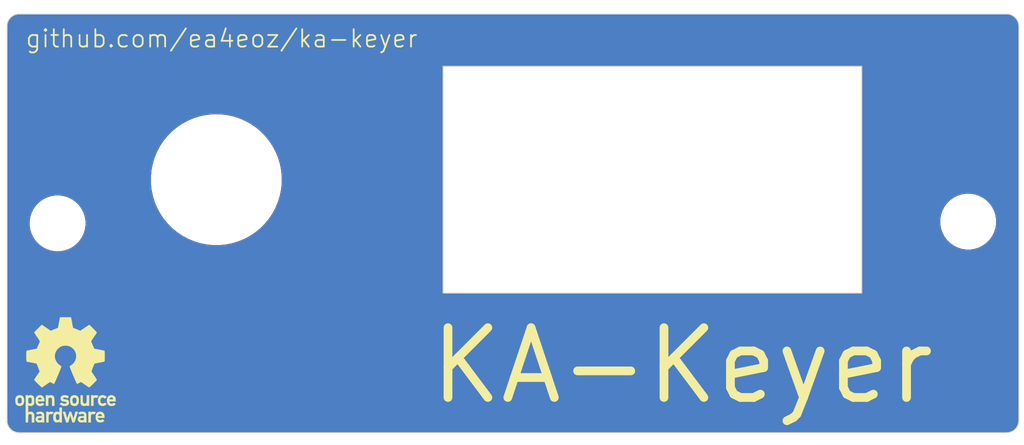
<source format=kicad_pcb>
(kicad_pcb (version 20240108) (generator "pcbnew") (generator_version "8.0")
  (layers (0 "F.Cu" signal) (31 "B.Cu" signal) (34 "B.Paste" user) (35 "F.Paste" user) (36 "B.SilkS" user "B.Silkscreen") (37 "F.SilkS" user "F.Silkscreen") (38 "B.Mask" user) (39 "F.Mask" user) (44 "Edge.Cuts" user))
  (net 0 "")
  (footprint "" (layer "F.Cu") (at 122.4011 105.0036)
    (property "Reference" "@HOLE2" (hide yes))
    (property "Value" "")
    (pad "" np_thru_hole circle (at 0 0) (size 2.7 2.7) (drill 2.7) (layers "*.Cu" "*.Mask"))
  )
  (footprint "" (layer "F.Cu") (at 131.5 102)
    (property "Reference" "@HOLE4" (hide yes))
    (property "Value" "")
    (pad "" np_thru_hole circle (at 0 0.5) (size 7 7) (drill 7) (layers "F&B.Cu" "*.Mask"))
  )
  (footprint "Symbol:OSHW-Logo_5.7x6mm_SilkScreen" (layer "F.Cu") (at 122.85 113.4)
    (property "Reference" "REF**" (hide yes))
    (property "Value" "OSHW-Logo_5.7x6mm_SilkScreen" (hide yes))
    (fp_poly (pts (xy 1.79946 1.45803) (xy 1.842711 1.471245) (xy 1.870558 1.487941) (xy 1.879629 1.501145) (xy 1.877132 1.516797) (xy 1.860931 1.541385) (xy 1.847232 1.5588) (xy 1.818992 1.590283) (xy 1.797775 1.603529) (xy 1.779688 1.602664) (xy 1.726035 1.58901) (xy 1.68663 1.58963) (xy 1.654632 1.605104) (xy 1.64389 1.614161) (xy 1.609505 1.646027) (xy 1.609505 2.062179) (xy 1.471188 2.062179) (xy 1.471188 1.458614) (xy 1.540347 1.458614) (xy 1.581869 1.460256) (xy 1.603291 1.466087) (xy 1.609502 1.477461) (xy 1.609505 1.477798) (xy 1.612439 1.489713) (xy 1.625704 1.488159) (xy 1.644084 1.479563) (xy 1.682046 1.463568) (xy 1.712872 1.453945) (xy 1.752536 1.451478) (xy 1.79946 1.45803)) (stroke (width 0.01)) (fill solid) (layer "F.SilkS"))
    (fp_poly (pts (xy 1.635255 2.401486) (xy 1.683595 2.411015) (xy 1.711114 2.425125) (xy 1.740064 2.448568) (xy 1.698876 2.500571) (xy 1.673482 2.532064) (xy 1.656238 2.547428) (xy 1.639102 2.549776) (xy 1.614027 2.542217) (xy 1.602257 2.537941) (xy 1.55427 2.531631) (xy 1.510324 2.545156) (xy 1.47806 2.57571) (xy 1.472819 2.585452) (xy 1.467112 2.611258) (xy 1.462706 2.658817) (xy 1.459811 2.724758) (xy 1.458631 2.80571) (xy 1.458614 2.817226) (xy 1.458614 3.017822) (xy 1.320297 3.017822) (xy 1.320297 2.401683) (xy 1.389456 2.401683) (xy 1.429333 2.402725) (xy 1.450107 2.407358) (xy 1.457789 2.417849) (xy 1.458614 2.427745) (xy 1.458614 2.453806) (xy 1.491745 2.427745) (xy 1.529735 2.409965) (xy 1.58077 2.401174) (xy 1.635255 2.401486)) (stroke (width 0.01)) (fill solid) (layer "F.SilkS"))
    (fp_poly (pts (xy -0.993356 2.40302) (xy -0.974539 2.40866) (xy -0.968473 2.421053) (xy -0.968218 2.426647) (xy -0.967129 2.44223) (xy -0.959632 2.444676) (xy -0.939381 2.433993) (xy -0.927351 2.426694) (xy -0.8894 2.411063) (xy -0.844072 2.403334) (xy -0.796544 2.40274) (xy -0.751995 2.408513) (xy -0.715602 2.419884) (xy -0.692543 2.436088) (xy -0.687996 2.456355) (xy -0.690291 2.461843) (xy -0.70702 2.484626) (xy -0.732963 2.512647) (xy -0.737655 2.517177) (xy -0.762383 2.538005) (xy -0.783718 2.544735) (xy -0.813555 2.540038) (xy -0.825508 2.536917) (xy -0.862705 2.529421) (xy -0.888859 2.532792) (xy -0.910946 2.544681) (xy -0.931178 2.560635) (xy -0.946079 2.5807) (xy -0.956434 2.608702) (xy -0.963029 2.648467) (xy -0.966649 2.703823) (xy -0.968078 2.778594) (xy -0.968218 2.82374) (xy -0.968218 3.017822) (xy -1.09396 3.017822) (xy -1.09396 2.401683) (xy -1.031089 2.401683) (xy -0.993356 2.40302)) (stroke (width 0.01)) (fill solid) (layer "F.SilkS"))
    (fp_poly (pts (xy 0.993367 1.654342) (xy 0.994555 1.746563) (xy 0.998897 1.81661) (xy 1.007558 1.867381) (xy 1.021704 1.901772) (xy 1.0425 1.922679) (xy 1.07111 1.933) (xy 1.106535 1.935636) (xy 1.143636 1.932682) (xy 1.171818 1.921889) (xy 1.192243 1.90036) (xy 1.206079 1.865199) (xy 1.214491 1.81351) (xy 1.218643 1.742394) (xy 1.219703 1.654342) (xy 1.219703 1.458614) (xy 1.35802 1.458614) (xy 1.35802 2.062179) (xy 1.288862 2.062179) (xy 1.24717 2.060489) (xy 1.225701 2.054556) (xy 1.219703 2.043293) (xy 1.216091 2.033261) (xy 1.201714 2.035383) (xy 1.172736 2.04958) (xy 1.106319 2.07148) (xy 1.035875 2.069928) (xy 0.968377 2.046147) (xy 0.936233 2.027362) (xy 0.911715 2.007022) (xy 0.893804 1.981573) (xy 0.881479 1.947458) (xy 0.873723 1.901121) (xy 0.869516 1.839007) (xy 0.86784 1.757561) (xy 0.867624 1.694578) (xy 0.867624 1.458614) (xy 0.993367 1.458614) (xy 0.993367 1.654342)) (stroke (width 0.01)) (fill solid) (layer "F.SilkS"))
    (fp_poly (pts (xy -0.754012 1.469002) (xy -0.722717 1.48395) (xy -0.692409 1.505541) (xy -0.669318 1.530391) (xy -0.6525 1.562087) (xy -0.641006 1.604214) (xy -0.633891 1.660358) (xy -0.630207 1.734106) (xy -0.629008 1.829044) (xy -0.628989 1.838985) (xy -0.628713 2.062179) (xy -0.76703 2.062179) (xy -0.76703 1.856418) (xy -0.767128 1.780189) (xy -0.767809 1.724939) (xy -0.769651 1.686501) (xy -0.773233 1.660706) (xy -0.779132 1.643384) (xy -0.787927 1.630368) (xy -0.80018 1.617507) (xy -0.843047 1.589873) (xy -0.889843 1.584745) (xy -0.934424 1.602217) (xy -0.949928 1.615221) (xy -0.96131 1.627447) (xy -0.969481 1.64054) (xy -0.974974 1.658615) (xy -0.97832 1.685787) (xy -0.980051 1.72617) (xy -0.980697 1.783879) (xy -0.980792 1.854132) (xy -0.980792 2.062179) (xy -1.119109 2.062179) (xy -1.119109 1.458614) (xy -1.04995 1.458614) (xy -1.008428 1.460256) (xy -0.987006 1.466087) (xy -0.980795 1.477461) (xy -0.980792 1.477798) (xy -0.97791 1.488938) (xy -0.965199 1.487674) (xy -0.939926 1.475434) (xy -0.882605 1.457424) (xy -0.817037 1.455421) (xy -0.754012 1.469002)) (stroke (width 0.01)) (fill solid) (layer "F.SilkS"))
    (fp_poly (pts (xy 2.217226 1.46388) (xy 2.29008 1.49483) (xy 2.313027 1.509895) (xy 2.342354 1.533048) (xy 2.360764 1.551253) (xy 2.363961 1.557183) (xy 2.354935 1.57034) (xy 2.331837 1.592667) (xy 2.313344 1.60825) (xy 2.262728 1.648926) (xy 2.22276 1.615295) (xy 2.191874 1.593584) (xy 2.161759 1.58609) (xy 2.127292 1.58792) (xy 2.072561 1.601528) (xy 2.034886 1.629772) (xy 2.011991 1.675433) (xy 2.001597 1.741289) (xy 2.001595 1.741331) (xy 2.002494 1.814939) (xy 2.016463 1.868946) (xy 2.044328 1.905716) (xy 2.063325 1.918168) (xy 2.113776 1.933673) (xy 2.167663 1.933683) (xy 2.214546 1.918638) (xy 2.225644 1.911287) (xy 2.253476 1.892511) (xy 2.275236 1.889434) (xy 2.298704 1.903409) (xy 2.324649 1.92851) (xy 2.365716 1.97088) (xy 2.320121 2.008464) (xy 2.249674 2.050882) (xy 2.170233 2.071785) (xy 2.087215 2.070272) (xy 2.032694 2.056411) (xy 1.96897 2.022135) (xy 1.918005 1.968212) (xy 1.894851 1.930149) (xy 1.876099 1.875536) (xy 1.866715 1.806369) (xy 1.866643 1.731407) (xy 1.875824 1.659409) (xy 1.894199 1.599137) (xy 1.897093 1.592958) (xy 1.939952 1.532351) (xy 1.997979 1.488224) (xy 2.066591 1.461493) (xy 2.141201 1.453073) (xy 2.217226 1.46388)) (stroke (width 0.01)) (fill solid) (layer "F.SilkS"))
    (fp_poly (pts (xy 0.610762 1.466055) (xy 0.674363 1.500692) (xy 0.724123 1.555372) (xy 0.747568 1.599842) (xy 0.757634 1.639121) (xy 0.764156 1.695116) (xy 0.766951 1.759621) (xy 0.765836 1.824429) (xy 0.760626 1.881334) (xy 0.754541 1.911727) (xy 0.734014 1.953306) (xy 0.698463 1.997468) (xy 0.655619 2.036087) (xy 0.613211 2.061034) (xy 0.612177 2.06143) (xy 0.559553 2.072331) (xy 0.497188 2.072601) (xy 0.437924 2.062676) (xy 0.41504 2.054722) (xy 0.356102 2.0213) (xy 0.31389 1.977511) (xy 0.286156 1.919538) (xy 0.270651 1.843565) (xy 0.267143 1.803771) (xy 0.26759 1.753766) (xy 0.402376 1.753766) (xy 0.406917 1.826732) (xy 0.419986 1.882334) (xy 0.440756 1.917861) (xy 0.455552 1.92802) (xy 0.493464 1.935104) (xy 0.538527 1.933007) (xy 0.577487 1.922812) (xy 0.587704 1.917204) (xy 0.614659 1.884538) (xy 0.632451 1.834545) (xy 0.640024 1.773705) (xy 0.636325 1.708497) (xy 0.628057 1.669253) (xy 0.60432 1.623805) (xy 0.566849 1.595396) (xy 0.52172 1.585573) (xy 0.475011 1.595887) (xy 0.439132 1.621112) (xy 0.420277 1.641925) (xy 0.409272 1.662439) (xy 0.404026 1.690203) (xy 0.402449 1.732762) (xy 0.402376 1.753766) (xy 0.26759 1.753766) (xy 0.268094 1.69758) (xy 0.285388 1.610501) (xy 0.319029 1.54253) (xy 0.369018 1.493664) (xy 0.435356 1.463899) (xy 0.449601 1.460448) (xy 0.53521 1.452345) (xy 0.610762 1.466055)) (stroke (width 0.01)) (fill solid) (layer "F.SilkS"))
    (fp_poly (pts (xy 0.281524 2.404237) (xy 0.331255 2.407971) (xy 0.461291 2.797773) (xy 0.481678 2.728614) (xy 0.493946 2.685874) (xy 0.510085 2.628115) (xy 0.527512 2.564625) (xy 0.536726 2.53057) (xy 0.571388 2.401683) (xy 0.714391 2.401683) (xy 0.671646 2.536857) (xy 0.650596 2.603342) (xy 0.625167 2.683539) (xy 0.59861 2.767193) (xy 0.574902 2.841782) (xy 0.520902 3.011535) (xy 0.462598 3.015328) (xy 0.404295 3.019122) (xy 0.372679 2.914734) (xy 0.353182 2.849889) (xy 0.331904 2.7784) (xy 0.313308 2.715263) (xy 0.312574 2.71275) (xy 0.298684 2.669969) (xy 0.286429 2.640779) (xy 0.277846 2.629741) (xy 0.276082 2.631018) (xy 0.269891 2.64813) (xy 0.258128 2.684787) (xy 0.242225 2.736378) (xy 0.223614 2.798294) (xy 0.213543 2.832352) (xy 0.159007 3.017822) (xy 0.043264 3.017822) (xy -0.049263 2.725471) (xy -0.075256 2.643462) (xy -0.098934 2.568987) (xy -0.11918 2.505544) (xy -0.134874 2.456632) (xy -0.144898 2.425749) (xy -0.147945 2.416726) (xy -0.145533 2.407487) (xy -0.126592 2.403441) (xy -0.087177 2.403846) (xy -0.081007 2.404152) (xy -0.007914 2.407971) (xy 0.039957 2.58401) (xy 0.057553 2.648211) (xy 0.073277 2.704649) (xy 0.085746 2.748422) (xy 0.093574 2.77463) (xy 0.09502 2.778903) (xy 0.101014 2.77399) (xy 0.113101 2.748532) (xy 0.129893 2.705997) (xy 0.150003 2.64985) (xy 0.167003 2.59913) (xy 0.231794 2.400504) (xy 0.281524 2.404237)) (stroke (width 0.01)) (fill solid) (layer "F.SilkS"))
    (fp_poly (pts (xy -2.538261 1.465148) (xy -2.472479 1.494231) (xy -2.42254 1.542793) (xy -2.388374 1.610908) (xy -2.369907 1.698651) (xy -2.368583 1.712351) (xy -2.367546 1.808939) (xy -2.380993 1.893602) (xy -2.408108 1.962221) (xy -2.422627 1.984294) (xy -2.473201 2.031011) (xy -2.537609 2.061268) (xy -2.609666 2.073824) (xy -2.683185 2.067439) (xy -2.739072 2.047772) (xy -2.787132 2.014629) (xy -2.826412 1.971175) (xy -2.827092 1.970158) (xy -2.843044 1.943338) (xy -2.85341 1.916368) (xy -2.859688 1.882332) (xy -2.863373 1.83431) (xy -2.864997 1.794931) (xy -2.865672 1.759219) (xy -2.739955 1.759219) (xy -2.738726 1.79477) (xy -2.734266 1.842094) (xy -2.726397 1.872465) (xy -2.712207 1.894072) (xy -2.698917 1.906694) (xy -2.651802 1.933122) (xy -2.602505 1.936653) (xy -2.556593 1.917639) (xy -2.533638 1.896331) (xy -2.517096 1.874859) (xy -2.507421 1.854313) (xy -2.503174 1.827574) (xy -2.50292 1.787523) (xy -2.504228 1.750638) (xy -2.507043 1.697947) (xy -2.511505 1.663772) (xy -2.519548 1.64148) (xy -2.533103 1.624442) (xy -2.543845 1.614703) (xy -2.588777 1.589123) (xy -2.637249 1.587847) (xy -2.677894 1.602999) (xy -2.712567 1.634642) (xy -2.733224 1.68662) (xy -2.739955 1.759219) (xy -2.865672 1.759219) (xy -2.866479 1.716621) (xy -2.863948 1.658056) (xy -2.856362 1.614007) (xy -2.842681 1.579248) (xy -2.821865 1.548551) (xy -2.814147 1.539436) (xy -2.765889 1.494021) (xy -2.714128 1.467493) (xy -2.650828 1.456379) (xy -2.619961 1.455471) (xy -2.538261 1.465148)) (stroke (width 0.01)) (fill solid) (layer "F.SilkS"))
    (fp_poly (pts (xy -0.201188 3.017822) (xy -0.270346 3.017822) (xy -0.310488 3.016645) (xy -0.331394 3.011772) (xy -0.338922 3.001186) (xy -0.339505 2.994029) (xy -0.340774 2.979676) (xy -0.348779 2.976923) (xy -0.369815 2.985771) (xy -0.386173 2.994029) (xy -0.448977 3.013597) (xy -0.517248 3.014729) (xy -0.572752 3.000135) (xy -0.624438 2.964877) (xy -0.663838 2.912835) (xy -0.685413 2.85145) (xy -0.685962 2.848018) (xy -0.689167 2.810571) (xy -0.690761 2.756813) (xy -0.690633 2.716155) (xy -0.553279 2.716155) (xy -0.550097 2.770194) (xy -0.542859 2.814735) (xy -0.53306 2.839888) (xy -0.495989 2.87426) (xy -0.451974 2.886582) (xy -0.406584 2.876618) (xy -0.367797 2.846895) (xy -0.353108 2.826905) (xy -0.344519 2.80305) (xy -0.340496 2.76823) (xy -0.339505 2.71593) (xy -0.341278 2.664139) (xy -0.345963 2.618634) (xy -0.352603 2.588181) (xy -0.35371 2.585452) (xy -0.380491 2.553) (xy -0.419579 2.535183) (xy -0.463315 2.532306) (xy -0.504038 2.544674) (xy -0.534087 2.572593) (xy -0.537204 2.578148) (xy -0.546961 2.612022) (xy -0.552277 2.660728) (xy -0.553279 2.716155) (xy -0.690633 2.716155) (xy -0.690568 2.69554) (xy -0.689664 2.662563) (xy -0.683514 2.580981) (xy -0.670733 2.51973) (xy -0.649471 2.474449) (xy -0.617878 2.440779) (xy -0.587207 2.421014) (xy -0.544354 2.40712) (xy -0.491056 2.402354) (xy -0.43648 2.406236) (xy -0.389792 2.418282) (xy -0.365124 2.432693) (xy -0.339505 2.455878) (xy -0.339505 2.162773) (xy -0.201188 2.162773) (xy -0.201188 3.017822)) (stroke (width 0.01)) (fill solid) (layer "F.SilkS"))
    (fp_poly (pts (xy 2.677898 1.456457) (xy 2.710096 1.464279) (xy 2.771825 1.492921) (xy 2.82461 1.536667) (xy 2.861141 1.589117) (xy 2.86616 1.600893) (xy 2.873045 1.63174) (xy 2.877864 1.677371) (xy 2.879505 1.723492) (xy 2.879505 1.810693) (xy 2.697178 1.810693) (xy 2.621979 1.810978) (xy 2.569003 1.812704) (xy 2.535325 1.817181) (xy 2.51802 1.82572) (xy 2.514163 1.83963) (xy 2.520829 1.860222) (xy 2.53277 1.884315) (xy 2.56608 1.924525) (xy 2.612368 1.944558) (xy 2.668944 1.943905) (xy 2.733031 1.922101) (xy 2.788417 1.895193) (xy 2.834375 1.931532) (xy 2.880333 1.967872) (xy 2.837096 2.007819) (xy 2.779374 2.045563) (xy 2.708386 2.06832) (xy 2.632029 2.074688) (xy 2.558199 2.063268) (xy 2.546287 2.059393) (xy 2.481399 2.025506) (xy 2.43313 1.974986) (xy 2.400465 1.906325) (xy 2.382385 1.818014) (xy 2.382175 1.816121) (xy 2.380556 1.719878) (xy 2.3871 1.685542) (xy 2.514852 1.685542) (xy 2.526584 1.690822) (xy 2.558438 1.694867) (xy 2.605397 1.697176) (xy 2.635154 1.697525) (xy 2.690648 1.697306) (xy 2.725346 1.695916) (xy 2.743601 1.692251) (xy 2.749766 1.68521) (xy 2.748195 1.67369) (xy 2.746878 1.669233) (xy 2.724382 1.627355) (xy 2.689003 1.593604) (xy 2.65778 1.578773) (xy 2.616301 1.579668) (xy 2.574269 1.598164) (xy 2.539012 1.628786) (xy 2.517854 1.666062) (xy 2.514852 1.685542) (xy 2.3871 1.685542) (xy 2.39669 1.635229) (xy 2.428698 1.564191) (xy 2.474701 1.508779) (xy 2.532821 1.471009) (xy 2.60118 1.452896) (xy 2.677898 1.456457)) (stroke (width 0.01)) (fill solid) (layer "F.SilkS"))
    (fp_poly (pts (xy 0.014017 1.456452) (xy 0.061634 1.465482) (xy 0.111034 1.48437) (xy 0.116312 1.486777) (xy 0.153774 1.506476) (xy 0.179717 1.524781) (xy 0.188103 1.536508) (xy 0.180117 1.555632) (xy 0.16072 1.58385) (xy 0.15211 1.594384) (xy 0.116628 1.635847) (xy 0.070885 1.608858) (xy 0.02735 1.590878) (xy -0.02295 1.581267) (xy -0.071188 1.58066) (xy -0.108533 1.589691) (xy -0.117495 1.595327) (xy -0.134563 1.621171) (xy -0.136637 1.650941) (xy -0.123866 1.674197) (xy -0.116312 1.678708) (xy -0.093675 1.684309) (xy -0.053885 1.690892) (xy -0.004834 1.697183) (xy 0.004215 1.69817) (xy 0.082996 1.711798) (xy 0.140136 1.734946) (xy 0.17803 1.769752) (xy 0.199079 1.818354) (xy 0.205635 1.877718) (xy 0.196577 1.945198) (xy 0.167164 1.998188) (xy 0.117278 2.036783) (xy 0.0468 2.061081) (xy -0.031435 2.070667) (xy -0.095234 2.070552) (xy -0.146984 2.061845) (xy -0.182327 2.049825) (xy -0.226983 2.02888) (xy -0.268253 2.004574) (xy -0.282921 1.993876) (xy -0.320643 1.963084) (xy -0.275148 1.917049) (xy -0.229653 1.871013) (xy -0.177928 1.905243) (xy -0.126048 1.930952) (xy -0.070649 1.944399) (xy -0.017395 1.945818) (xy 0.028049 1.935443) (xy 0.060016 1.913507) (xy 0.070338 1.894998) (xy 0.068789 1.865314) (xy 0.04314 1.842615) (xy -0.00654 1.82694) (xy -0.060969 1.819695) (xy -0.144736 1.805873) (xy -0.206967 1.779796) (xy -0.248493 1.740699) (xy -0.270147 1.68782) (xy -0.273147 1.625126) (xy -0.258329 1.559642) (xy -0.224546 1.510144) (xy -0.171495 1.476408) (xy -0.098874 1.458207) (xy -0.045072 1.454639) (xy 0.014017 1.456452)) (stroke (width 0.01)) (fill solid) (layer "F.SilkS"))
    (fp_poly (pts (xy 2.032581 2.40497) (xy 2.092685 2.420597) (xy 2.143021 2.452848) (xy 2.167393 2.47694) (xy 2.207345 2.533895) (xy 2.230242 2.599965) (xy 2.238108 2.681182) (xy 2.238148 2.687748) (xy 2.238218 2.753763) (xy 1.858264 2.753763) (xy 1.866363 2.788342) (xy 1.880987 2.819659) (xy 1.906581 2.852291) (xy 1.911935 2.8575) (xy 1.957943 2.885694) (xy 2.01041 2.890475) (xy 2.070803 2.871926) (xy 2.08104 2.866931) (xy 2.112439 2.851745) (xy 2.13347 2.843094) (xy 2.137139 2.842293) (xy 2.149948 2.850063) (xy 2.174378 2.869072) (xy 2.186779 2.87946) (xy 2.212476 2.903321) (xy 2.220915 2.919077) (xy 2.215058 2.933571) (xy 2.211928 2.937534) (xy 2.190725 2.954879) (xy 2.155738 2.975959) (xy 2.131337 2.988265) (xy 2.062072 3.009946) (xy 1.985388 3.016971) (xy 1.912765 3.008647) (xy 1.892426 3.002686) (xy 1.829476 2.968952) (xy 1.782815 2.917045) (xy 1.752173 2.846459) (xy 1.737282 2.756692) (xy 1.735647 2.709753) (xy 1.740421 2.641413) (xy 1.86099 2.641413) (xy 1.872652 2.646465) (xy 1.903998 2.650429) (xy 1.949571 2.652768) (xy 1.980446 2.653169) (xy 2.035981 2.652783) (xy 2.071033 2.650975) (xy 2.090262 2.646773) (xy 2.09833 2.639203) (xy 2.099901 2.628218) (xy 2.089121 2.594381) (xy 2.06198 2.56094) (xy 2.026277 2.535272) (xy 1.99056 2.524772) (xy 1.942048 2.534086) (xy 1.900053 2.561013) (xy 1.870936 2.599827) (xy 1.86099 2.641413) (xy 1.740421 2.641413) (xy 1.742599 2.610236) (xy 1.764055 2.530949) (xy 1.80047 2.471263) (xy 1.852297 2.430549) (xy 1.91999 2.408179) (xy 1.956662 2.403871) (xy 2.032581 2.40497)) (stroke (width 0.01)) (fill solid) (layer "F.SilkS"))
    (fp_poly (pts (xy -1.356699 1.472614) (xy -1.344168 1.478514) (xy -1.300799 1.510283) (xy -1.25979 1.556646) (xy -1.229168 1.607696) (xy -1.220459 1.631166) (xy -1.212512 1.673091) (xy -1.207774 1.723757) (xy -1.207199 1.744679) (xy -1.207129 1.810693) (xy -1.587083 1.810693) (xy -1.578983 1.845273) (xy -1.559104 1.88617) (xy -1.524347 1.921514) (xy -1.482998 1.944282) (xy -1.456649 1.94901) (xy -1.420916 1.943273) (xy -1.378282 1.928882) (xy -1.363799 1.922262) (xy -1.31024 1.895513) (xy -1.264533 1.930376) (xy -1.238158 1.953955) (xy -1.224124 1.973417) (xy -1.223414 1.979129) (xy -1.235951 1.992973) (xy -1.263428 2.014012) (xy -1.288366 2.030425) (xy -1.355664 2.05993) (xy -1.43111 2.073284) (xy -1.505888 2.069812) (xy -1.565495 2.051663) (xy -1.626941 2.012784) (xy -1.670608 1.961595) (xy -1.697926 1.895367) (xy -1.710322 1.811371) (xy -1.711421 1.772936) (xy -1.707022 1.684861) (xy -1.706482 1.682299) (xy -1.580582 1.682299) (xy -1.577115 1.690558) (xy -1.562863 1.695113) (xy -1.53347 1.697065) (xy -1.484575 1.697517) (xy -1.465748 1.697525) (xy -1.408467 1.696843) (xy -1.372141 1.694364) (xy -1.352604 1.689443) (xy -1.34569 1.681434) (xy -1.345445 1.678862) (xy -1.353336 1.658423) (xy -1.373085 1.629789) (xy -1.381575 1.619763) (xy -1.413094 1.591408) (xy -1.445949 1.580259) (xy -1.463651 1.579327) (xy -1.511539 1.590981) (xy -1.551699 1.622285) (xy -1.577173 1.667752) (xy -1.577625 1.669233) (xy -1.580582 1.682299) (xy -1.706482 1.682299) (xy -1.692392 1.61551) (xy -1.666038 1.560025) (xy -1.633807 1.520639) (xy -1.574217 1.477931) (xy -1.504168 1.455109) (xy -1.429661 1.453046) (xy -1.356699 1.472614)) (stroke (width 0.01)) (fill solid) (layer "F.SilkS"))
    (fp_poly (pts (xy 1.038411 2.405417) (xy 1.091411 2.41829) (xy 1.106731 2.42511) (xy 1.136428 2.442974) (xy 1.15922 2.463093) (xy 1.176083 2.488962) (xy 1.187998 2.524073) (xy 1.195942 2.57192) (xy 1.200894 2.635996) (xy 1.203831 2.719794) (xy 1.204947 2.775768) (xy 1.209052 3.017822) (xy 1.138932 3.017822) (xy 1.096393 3.016038) (xy 1.074476 3.009942) (xy 1.068812 2.999706) (xy 1.065821 2.988637) (xy 1.052451 2.990754) (xy 1.034233 2.999629) (xy 0.988624 3.013233) (xy 0.930007 3.016899) (xy 0.868354 3.010903) (xy 0.813638 2.995521) (xy 0.80873 2.993386) (xy 0.758723 2.958255) (xy 0.725756 2.909419) (xy 0.710587 2.852333) (xy 0.711746 2.831824) (xy 0.835508 2.831824) (xy 0.846413 2.859425) (xy 0.878745 2.879204) (xy 0.93091 2.889819) (xy 0.958787 2.891228) (xy 1.005247 2.88762) (xy 1.036129 2.873597) (xy 1.043664 2.866931) (xy 1.064076 2.830666) (xy 1.068812 2.797773) (xy 1.068812 2.753763) (xy 1.007513 2.753763) (xy 0.936256 2.757395) (xy 0.886276 2.768818) (xy 0.854696 2.788824) (xy 0.847626 2.797743) (xy 0.835508 2.831824) (xy 0.711746 2.831824) (xy 0.713971 2.792456) (xy 0.736663 2.735244) (xy 0.767624 2.69658) (xy 0.786376 2.679864) (xy 0.804733 2.668878) (xy 0.828619 2.66218) (xy 0.863957 2.658326) (xy 0.916669 2.655873) (xy 0.937577 2.655168) (xy 1.068812 2.650879) (xy 1.06862 2.611158) (xy 1.063537 2.569405) (xy 1.045162 2.544158) (xy 1.008039 2.52803) (xy 1.007043 2.527742) (xy 0.95441 2.5214) (xy 0.902906 2.529684) (xy 0.86463 2.549827) (xy 0.849272 2.559773) (xy 0.83273 2.558397) (xy 0.807275 2.543987) (xy 0.792328 2.533817) (xy 0.763091 2.512088) (xy 0.74498 2.4958) (xy 0.742074 2.491137) (xy 0.75404 2.467005) (xy 0.789396 2.438185) (xy 0.804753 2.428461) (xy 0.848901 2.411714) (xy 0.908398 2.402227) (xy 0.974487 2.400095) (xy 1.038411 2.405417)) (stroke (width 0.01)) (fill solid) (layer "F.SilkS"))
    (fp_poly (pts (xy -1.38421 2.406555) (xy -1.325055 2.422339) (xy -1.280023 2.450948) (xy -1.248246 2.488419) (xy -1.238366 2.504411) (xy -1.231073 2.521163) (xy -1.225974 2.542592) (xy -1.222679 2.572616) (xy -1.220797 2.615154) (xy -1.219937 2.674122) (xy -1.219707 2.75344) (xy -1.219703 2.774484) (xy -1.219703 3.017822) (xy -1.280059 3.017822) (xy -1.318557 3.015126) (xy -1.347023 3.008295) (xy -1.354155 3.004083) (xy -1.373652 2.996813) (xy -1.393566 3.004083) (xy -1.426353 3.01316) (xy -1.473978 3.016813) (xy -1.526764 3.015228) (xy -1.575036 3.008589) (xy -1.603218 3.000072) (xy -1.657753 2.965063) (xy -1.691835 2.916479) (xy -1.707157 2.851882) (xy -1.707299 2.850223) (xy -1.705955 2.821566) (xy -1.584356 2.821566) (xy -1.573726 2.854161) (xy -1.55641 2.872505) (xy -1.521652 2.886379) (xy -1.475773 2.891917) (xy -1.428988 2.889191) (xy -1.391514 2.878274) (xy -1.381015 2.871269) (xy -1.362668 2.838904) (xy -1.35802 2.802111) (xy -1.35802 2.753763) (xy -1.427582 2.753763) (xy -1.493667 2.75885) (xy -1.543764 2.773263) (xy -1.574929 2.795729) (xy -1.584356 2.821566) (xy -1.705955 2.821566) (xy -1.703987 2.779647) (xy -1.68071 2.723845) (xy -1.636948 2.681647) (xy -1.630899 2.677808) (xy -1.604907 2.665309) (xy -1.572735 2.65774) (xy -1.52776 2.654061) (xy -1.474331 2.653216) (xy -1.35802 2.653169) (xy -1.35802 2.604411) (xy -1.362953 2.566581) (xy -1.375543 2.541236) (xy -1.377017 2.539887) (xy -1.405034 2.5288) (xy -1.447326 2.524503) (xy -1.494064 2.526615) (xy -1.535418 2.534756) (xy -1.559957 2.546965) (xy -1.573253 2.556746) (xy -1.587294 2.558613) (xy -1.606671 2.5506) (xy -1.635976 2.530739) (xy -1.679803 2.497063) (xy -1.683825 2.493909) (xy -1.681764 2.482236) (xy -1.664568 2.462822) (xy -1.638433 2.441248) (xy -1.609552 2.423096) (xy -1.600478 2.418809) (xy -1.56738 2.410256) (xy -1.51888 2.404155) (xy -1.464695 2.401708) (xy -1.462161 2.401703) (xy -1.38421 2.406555)) (stroke (width 0.01)) (fill solid) (layer "F.SilkS"))
    (fp_poly (pts (xy -1.908759 1.469184) (xy -1.882247 1.482282) (xy -1.849553 1.505106) (xy -1.825725 1.529996) (xy -1.809406 1.561249) (xy -1.79924 1.603166) (xy -1.793872 1.660044) (xy -1.791944 1.736184) (xy -1.791831 1.768917) (xy -1.792161 1.840656) (xy -1.793527 1.891927) (xy -1.7965 1.927404) (xy -1.801649 1.951763) (xy -1.809543 1.96968) (xy -1.817757 1.981902) (xy -1.870187 2.033905) (xy -1.93193 2.065184) (xy -1.998536 2.074592) (xy -2.065558 2.06098) (xy -2.086792 2.051354) (xy -2.137624 2.024859) (xy -2.137624 2.440052) (xy -2.100525 2.420868) (xy -2.051643 2.406025) (xy -1.991561 2.402222) (xy -1.931564 2.409243) (xy -1.886256 2.425013) (xy -1.848675 2.455047) (xy -1.816564 2.498024) (xy -1.81415 2.502436) (xy -1.803967 2.523221) (xy -1.79653 2.54417) (xy -1.791411 2.569548) (xy -1.788181 2.603618) (xy -1.786413 2.650641) (xy -1.785677 2.714882) (xy -1.785544 2.787176) (xy -1.785544 3.017822) (xy -1.923861 3.017822) (xy -1.923861 2.592533) (xy -1.962549 2.559979) (xy -2.002738 2.53394) (xy -2.040797 2.529205) (xy -2.079066 2.541389) (xy -2.099462 2.55332) (xy -2.114642 2.570313) (xy -2.125438 2.595995) (xy -2.132683 2.633991) (xy -2.137208 2.687926) (xy -2.139844 2.761425) (xy -2.140772 2.810347) (xy -2.143911 3.011535) (xy -2.209926 3.015336) (xy -2.27594 3.019136) (xy -2.27594 1.77065) (xy -2.137624 1.77065) (xy -2.134097 1.840254) (xy -2.122215 1.888569) (xy -2.10002 1.918631) (xy -2.065559 1.933471) (xy -2.030742 1.936436) (xy -1.991329 1.933028) (xy -1.965171 1.919617) (xy -1.948814 1.901896) (xy -1.935937 1.882835) (xy -1.928272 1.861601) (xy -1.924861 1.831849) (xy -1.924749 1.787236) (xy -1.925897 1.74988) (xy -1.928532 1.693604) (xy -1.932456 1.656658) (xy -1.939063 1.633223) (xy -1.949749 1.61748) (xy -1.959833 1.60838) (xy -2.00197 1.588537) (xy -2.05184 1.585332) (xy -2.080476 1.592168) (xy -2.108828 1.616464) (xy -2.127609 1.663728) (xy -2.136712 1.733624) (xy -2.137624 1.77065) (xy -2.27594 1.77065) (xy -2.27594 1.458614) (xy -2.206782 1.458614) (xy -2.16526 1.460256) (xy -2.143838 1.466087) (xy -2.137626 1.477461) (xy -2.137624 1.477798) (xy -2.134742 1.488938) (xy -2.12203 1.487673) (xy -2.096757 1.475433) (xy -2.037869 1.456707) (xy -1.971615 1.454739) (xy -1.908759 1.469184)) (stroke (width 0.01)) (fill solid) (layer "F.SilkS"))
    (fp_poly (pts (xy 0.376964 -2.709982) (xy 0.433812 -2.40843) (xy 0.853338 -2.235488) (xy 1.104984 -2.406605) (xy 1.175458 -2.45425) (xy 1.239163 -2.49679) (xy 1.293126 -2.532285) (xy 1.334373 -2.55879) (xy 1.359934 -2.574364) (xy 1.366895 -2.577722) (xy 1.379435 -2.569086) (xy 1.406231 -2.545208) (xy 1.44428 -2.509141) (xy 1.490579 -2.463933) (xy 1.542123 -2.412636) (xy 1.595909 -2.358299) (xy 1.648935 -2.303972) (xy 1.698195 -2.252705) (xy 1.740687 -2.207549) (xy 1.773407 -2.171554) (xy 1.793351 -2.14777) (xy 1.798119 -2.13981) (xy 1.791257 -2.125135) (xy 1.77202 -2.092986) (xy 1.74243 -2.046508) (xy 1.70451 -1.988844) (xy 1.660282 -1.92314) (xy 1.634654 -1.885664) (xy 1.587941 -1.817232) (xy 1.546432 -1.75548) (xy 1.51214 -1.703481) (xy 1.48708 -1.664308) (xy 1.473264 -1.641035) (xy 1.471188 -1.636145) (xy 1.475895 -1.622245) (xy 1.488723 -1.58985) (xy 1.507738 -1.543515) (xy 1.531003 -1.487794) (xy 1.556584 -1.427242) (xy 1.582545 -1.366414) (xy 1.60695 -1.309864) (xy 1.627863 -1.262148) (xy 1.643349 -1.227819) (xy 1.651472 -1.211432) (xy 1.651952 -1.210788) (xy 1.664707 -1.207659) (xy 1.698677 -1.200679) (xy 1.75034 -1.190533) (xy 1.816176 -1.177908) (xy 1.892664 -1.163491) (xy 1.93729 -1.155177) (xy 2.019021 -1.139616) (xy 2.092843 -1.124808) (xy 2.155021 -1.111564) (xy 2.201822 -1.100695) (xy 2.229509 -1.093011) (xy 2.235074 -1.090573) (xy 2.240526 -1.07407) (xy 2.244924 -1.0368) (xy 2.248272 -0.98312) (xy 2.250574 -0.917388) (xy 2.251832 -0.843963) (xy 2.252048 -0.767204) (xy 2.251227 -0.691468) (xy 2.249371 -0.621114) (xy 2.246482 -0.5605) (xy 2.242565 -0.513984) (xy 2.237622 -0.485925) (xy 2.234657 -0.480084) (xy 2.216934 -0.473083) (xy 2.179381 -0.463073) (xy 2.126964 -0.451231) (xy 2.064652 -0.438733) (xy 2.0429 -0.43469) (xy 1.938024 -0.41548) (xy 1.85518 -0.400009) (xy 1.79163 -0.387663) (xy 1.744637 -0.377827) (xy 1.711463 -0.369886) (xy 1.689371 -0.363224) (xy 1.675624 -0.357227) (xy 1.667484 -0.351281) (xy 1.666345 -0.350106) (xy 1.654977 -0.331174) (xy 1.637635 -0.294331) (xy 1.61605 -0.244087) (xy 1.591954 -0.184954) (xy 1.567079 -0.121444) (xy 1.543157 -0.058068) (xy 1.521919 0.000662) (xy 1.505097 0.050235) (xy 1.494422 0.086139) (xy 1.491627 0.103862) (xy 1.49186 0.104483) (xy 1.501331 0.11897) (xy 1.522818 0.150844) (xy 1.554063 0.196789) (xy 1.592807 0.253485) (xy 1.636793 0.317617) (xy 1.649319 0.335842) (xy 1.693984 0.401914) (xy 1.733288 0.4622) (xy 1.765088 0.513235) (xy 1.787245 0.55156) (xy 1.797617 0.573711) (xy 1.798119 0.576432) (xy 1.789405 0.590736) (xy 1.765325 0.619072) (xy 1.728976 0.658396) (xy 1.683453 0.705661) (xy 1.631852 0.757823) (xy 1.577267 0.811835) (xy 1.522794 0.864653) (xy 1.471529 0.913231) (xy 1.426567 0.954523) (xy 1.391004 0.985485) (xy 1.367935 1.00307) (xy 1.361554 1.005941) (xy 1.346699 0.999178) (xy 1.316286 0.980939) (xy 1.275268 0.954297) (xy 1.243709 0.932852) (xy 1.186525 0.893503) (xy 1.118806 0.847171) (xy 1.05088 0.800913) (xy 1.014361 0.776155) (xy 0.890752 0.692547) (xy 0.786991 0.74865) (xy 0.73972 0.773228) (xy 0.699523 0.792331) (xy 0.672326 0.803227) (xy 0.665402 0.804743) (xy 0.657077 0.793549) (xy 0.640654 0.761917) (xy 0.617357 0.712765) (xy 0.588414 0.64901) (xy 0.55505 0.573571) (xy 0.518491 0.489364) (xy 0.479964 0.399308) (xy 0.440694 0.306321) (xy 0.401908 0.21332) (xy 0.36483 0.123223) (xy 0.330689 0.038948) (xy 0.300708 -0.036587) (xy 0.276116 -0.100466) (xy 0.258136 -0.149769) (xy 0.247997 -0.181579) (xy 0.246366 -0.192504) (xy 0.259291 -0.206439) (xy 0.287589 -0.22906) (xy 0.325346 -0.255667) (xy 0.328515 -0.257772) (xy 0.4261 -0.335886) (xy 0.504786 -0.427018) (xy 0.563891 -0.528255) (xy 0.602732 -0.636682) (xy 0.620628 -0.749386) (xy 0.616897 -0.863452) (xy 0.590857 -0.975966) (xy 0.541825 -1.084015) (xy 0.5274 -1.107655) (xy 0.452369 -1.203113) (xy 0.36373 -1.279768) (xy 0.264549 -1.33722) (xy 0.157895 -1.375071) (xy 0.046836 -1.392922) (xy -0.065561 -1.390375) (xy -0.176227 -1.36703) (xy -0.282094 -1.32249) (xy -0.380095 -1.256355) (xy -0.41041 -1.229513) (xy -0.487562 -1.145488) (xy -0.543782 -1.057034) (xy -0.582347 -0.957885) (xy -0.603826 -0.859697) (xy -0.609128 -0.749303) (xy -0.591448 -0.63836) (xy -0.552581 -0.530619) (xy -0.494323 -0.429831) (xy -0.418469 -0.339744) (xy -0.326817 -0.264108) (xy -0.314772 -0.256136) (xy -0.276611 -0.230026) (xy -0.247601 -0.207405) (xy -0.233732 -0.192961) (xy -0.233531 -0.192504) (xy -0.236508 -0.176879) (xy -0.248311 -0.141418) (xy -0.267714 -0.089038) (xy -0.293488 -0.022655) (xy -0.324409 0.054814) (xy -0.359249 0.14045) (xy -0.396783 0.231337) (xy -0.435783 0.324559) (xy -0.475023 0.417197) (xy -0.513276 0.506335) (xy -0.549317 0.589055) (xy -0.581917 0.662441) (xy -0.609852 0.723575) (xy -0.631895 0.769541) (xy -0.646818 0.797421) (xy -0.652828 0.804743) (xy -0.671191 0.799041) (xy -0.705552 0.783749) (xy -0.749984 0.761599) (xy -0.774417 0.74865) (xy -0.878178 0.692547) (xy -1.001787 0.776155) (xy -1.064886 0.818987) (xy -1.13397 0.866122) (xy -1.198707 0.910503) (xy -1.231134 0.932852) (xy -1.276741 0.963477) (xy -1.31536 0.987747) (xy -1.341952 1.002587) (xy -1.35059 1.005724) (xy -1.363161 0.997261) (xy -1.390984 0.973636) (xy -1.431361 0.937302) (xy -1.481595 0.890711) (xy -1.538988 0.836317) (xy -1.575286 0.801392) (xy -1.63879 0.738996) (xy -1.693673 0.683188) (xy -1.737714 0.636354) (xy -1.768695 0.600882) (xy -1.784398 0.579161) (xy -1.785905 0.574752) (xy -1.778914 0.557985) (xy -1.759594 0.524082) (xy -1.730091 0.476476) (xy -1.692545 0.418599) (xy -1.6491 0.353884) (xy -1.636745 0.335842) (xy -1.591727 0.270267) (xy -1.55134 0.211228) (xy -1.51784 0.162042) (xy -1.493486 0.126028) (xy -1.480536 0.106502) (xy -1.479285 0.104483) (xy -1.481156 0.088922) (xy -1.491087 0.054709) (xy -1.507347 0.006355) (xy -1.528205 -0.051629) (xy -1.551927 -0.11473) (xy -1.576784 -0.178437) (xy -1.601042 -0.238239) (xy -1.622971 -0.289624) (xy -1.640838 -0.328081) (xy -1.652913 -0.349098) (xy -1.653771 -0.350106) (xy -1.661154 -0.356112) (xy -1.673625 -0.362052) (xy -1.69392 -0.36854) (xy -1.724778 -0.376191) (xy -1.768934 -0.38562) (xy -1.829126 -0.397441) (xy -1.908093 -0.412271) (xy -2.00857 -0.430723) (xy -2.030325 -0.43469) (xy -2.094802 -0.447147) (xy -2.151011 -0.459334) (xy -2.193987 -0.470074) (xy -2.21876 -0.478191) (xy -2.222082 -0.480084) (xy -2.227556 -0.496862) (xy -2.232006 -0.534355) (xy -2.235428 -0.588206) (xy -2.237819 -0.654056) (xy -2.239177 -0.727547) (xy -2.239499 -0.80432) (xy -2.238781 -0.880017) (xy -2.237021 -0.95028) (xy -2.234216 -1.01075) (xy -2.230362 -1.05707) (xy -2.225457 -1.084881) (xy -2.2225 -1.090573) (xy -2.206037 -1.096314) (xy -2.168551 -1.105655) (xy -2.113775 -1.117785) (xy -2.045445 -1.131893) (xy -1.967294 -1.14717) (xy -1.924716 -1.155177) (xy -1.843929 -1.170279) (xy -1.771887 -1.18396) (xy -1.712111 -1.195533) (xy -1.668121 -1.204313) (xy -1.643439 -1.209613) (xy -1.639377 -1.210788) (xy -1.632511 -1.224035) (xy -1.617998 -1.255943) (xy -1.597771 -1.301953) (xy -1.573766 -1.357508) (xy -1.547918 -1.418047) (xy -1.52216 -1.479014) (xy -1.498427 -1.535849) (xy -1.478654 -1.583994) (xy -1.464776 -1.61889) (xy -1.458726 -1.635979) (xy -1.458614 -1.636726) (xy -1.465472 -1.650207) (xy -1.484698 -1.68123) (xy -1.514272 -1.726711) (xy -1.552173 -1.783568) (xy -1.59638 -1.848717) (xy -1.622079 -1.886138) (xy -1.668907 -1.954753) (xy -1.710499 -2.017048) (xy -1.744825 -2.069871) (xy -1.769857 -2.110073) (xy -1.783565 -2.1345) (xy -1.785544 -2.139976) (xy -1.777034 -2.152722) (xy -1.753507 -2.179937) (xy -1.717968 -2.218572) (xy -1.673423 -2.265577) (xy -1.622877 -2.317905) (xy -1.569336 -2.372505) (xy -1.515805 -2.42633) (xy -1.465289 -2.47633) (xy -1.420794 -2.519457) (xy -1.385325 -2.552661) (xy -1.361887 -2.572894) (xy -1.354046 -2.577722) (xy -1.34128 -2.570933) (xy -1.310744 -2.551858) (xy -1.26541 -2.522439) (xy -1.208244 -2.484619) (xy -1.142216 -2.440339) (xy -1.09241 -2.406605) (xy -0.840764 -2.235488) (xy -0.631001 -2.321959) (xy -0.421237 -2.40843) (xy -0.364389 -2.709982) (xy -0.30754 -3.011534) (xy 0.320115 -3.011534) (xy 0.376964 -2.709982)) (stroke (width 0.01)) (fill solid) (layer "F.SilkS"))
  )
  (footprint "" (layer "F.Cu") (at 174.6011 104.9036)
    (property "Reference" "@HOLE3" (hide yes))
    (property "Value" "")
    (pad "" np_thru_hole circle (at 0 0) (size 2.7 2.7) (drill 2.7) (layers "*.Cu" "*.Mask"))
  )
  (gr_line (start 168.5 109) (end 144.5 109) (stroke (width 0.05)) (layer "Edge.Cuts"))
  (gr_arc (start 176.8011 93.0036) (mid 177.296075 93.208625) (end 177.5011 93.7036) (stroke (width 0.05)) (layer "Edge.Cuts"))
  (gr_arc (start 177.5011 116.3036) (mid 177.296075 116.798575) (end 176.8011 117.0036) (stroke (width 0.05)) (layer "Edge.Cuts"))
  (gr_line (start 144.5 96) (end 168.5 96) (stroke (width 0.05)) (layer "Edge.Cuts"))
  (gr_arc (start 119.5011 93.7036) (mid 119.706125 93.208625) (end 120.2011 93.0036) (stroke (width 0.05)) (layer "Edge.Cuts"))
  (gr_line (start 120.2011 117.0036) (end 176.8011 117.0036) (stroke (width 0.05)) (layer "Edge.Cuts"))
  (gr_arc (start 120.2011 117.0036) (mid 119.706125 116.798575) (end 119.5011 116.3036) (stroke (width 0.05)) (layer "Edge.Cuts"))
  (gr_line (start 177.5011 116.3036) (end 177.5011 93.7036) (stroke (width 0.05)) (layer "Edge.Cuts"))
  (gr_line (start 144.5 109) (end 144.5 96) (stroke (width 0.05)) (layer "Edge.Cuts"))
  (gr_line (start 119.5011 93.7036) (end 119.5011 116.3036) (stroke (width 0.05)) (layer "Edge.Cuts"))
  (gr_line (start 168.5 96) (end 168.5 109) (stroke (width 0.05)) (layer "Edge.Cuts"))
  (gr_line (start 176.8011 93.0036) (end 120.2011 93.0036) (stroke (width 0.05)) (layer "Edge.Cuts"))
  (gr_text "github.com/ea4eoz/ka-keyer" (at 120.5 95 0) (layer "F.SilkS") (effects (font (size 1 1) (thickness 0.1)) (justify left bottom)))
  (gr_text "KA-Keyer" (at 143.5 115.5 0) (layer "F.SilkS") (effects (font (size 4 4) (thickness 0.5)) (justify left bottom)))
  (zone (net 0) (net_name "") (layer "F.Cu") (connect_pads (clearance 0.5)) (min_thickness 0.25) (fill yes (thermal_gap 0.5) (thermal_bridge_width 0.5) (island_removal_mode 1) (island_area_min 10))
    (polygon (pts (xy 177.8 92.2) (xy 119.1 92.2) (xy 119.1 117.7) (xy 177.8 117.7)))
  )
  (zone (net 0) (net_name "") (layer "B.Cu") (priority 6) (connect_pads (clearance 0.000001)) (min_thickness 0.025) (fill yes (thermal_gap 0.05) (thermal_bridge_width 0.05))
    (polygon (pts (xy 119.1011 92.2036) (xy 177.8011 92.2036) (xy 177.8011 117.7036) (xy 119.1011 117.7036)))
  )
)
</source>
